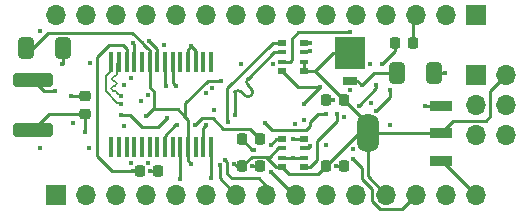
<source format=gbr>
%TF.GenerationSoftware,KiCad,Pcbnew,(6.0.11-0)*%
%TF.CreationDate,2023-05-04T16:40:56+03:00*%
%TF.ProjectId,Arduino Nano Differential impdance PCB,41726475-696e-46f2-904e-616e6f204469,rev?*%
%TF.SameCoordinates,Original*%
%TF.FileFunction,Copper,L4,Bot*%
%TF.FilePolarity,Positive*%
%FSLAX46Y46*%
G04 Gerber Fmt 4.6, Leading zero omitted, Abs format (unit mm)*
G04 Created by KiCad (PCBNEW (6.0.11-0)) date 2023-05-04 16:40:56*
%MOMM*%
%LPD*%
G01*
G04 APERTURE LIST*
G04 Aperture macros list*
%AMRoundRect*
0 Rectangle with rounded corners*
0 $1 Rounding radius*
0 $2 $3 $4 $5 $6 $7 $8 $9 X,Y pos of 4 corners*
0 Add a 4 corners polygon primitive as box body*
4,1,4,$2,$3,$4,$5,$6,$7,$8,$9,$2,$3,0*
0 Add four circle primitives for the rounded corners*
1,1,$1+$1,$2,$3*
1,1,$1+$1,$4,$5*
1,1,$1+$1,$6,$7*
1,1,$1+$1,$8,$9*
0 Add four rect primitives between the rounded corners*
20,1,$1+$1,$2,$3,$4,$5,0*
20,1,$1+$1,$4,$5,$6,$7,0*
20,1,$1+$1,$6,$7,$8,$9,0*
20,1,$1+$1,$8,$9,$2,$3,0*%
G04 Aperture macros list end*
%TA.AperFunction,ComponentPad*%
%ADD10R,1.700000X1.700000*%
%TD*%
%TA.AperFunction,ComponentPad*%
%ADD11O,1.700000X1.700000*%
%TD*%
%TA.AperFunction,SMDPad,CuDef*%
%ADD12RoundRect,0.225000X0.225000X0.250000X-0.225000X0.250000X-0.225000X-0.250000X0.225000X-0.250000X0*%
%TD*%
%TA.AperFunction,SMDPad,CuDef*%
%ADD13RoundRect,0.225000X-0.225000X-0.250000X0.225000X-0.250000X0.225000X0.250000X-0.225000X0.250000X0*%
%TD*%
%TA.AperFunction,SMDPad,CuDef*%
%ADD14RoundRect,0.225000X0.250000X-0.225000X0.250000X0.225000X-0.250000X0.225000X-0.250000X-0.225000X0*%
%TD*%
%TA.AperFunction,SMDPad,CuDef*%
%ADD15R,0.450000X1.750000*%
%TD*%
%TA.AperFunction,SMDPad,CuDef*%
%ADD16R,0.800000X0.500000*%
%TD*%
%TA.AperFunction,SMDPad,CuDef*%
%ADD17R,0.800000X0.400000*%
%TD*%
%TA.AperFunction,SMDPad,CuDef*%
%ADD18RoundRect,0.250000X-0.412500X-0.650000X0.412500X-0.650000X0.412500X0.650000X-0.412500X0.650000X0*%
%TD*%
%TA.AperFunction,SMDPad,CuDef*%
%ADD19R,2.540000X2.670000*%
%TD*%
%TA.AperFunction,SMDPad,CuDef*%
%ADD20R,1.270000X0.762000*%
%TD*%
%TA.AperFunction,SMDPad,CuDef*%
%ADD21RoundRect,0.111600X0.808400X0.353400X-0.808400X0.353400X-0.808400X-0.353400X0.808400X-0.353400X0*%
%TD*%
%TA.AperFunction,SMDPad,CuDef*%
%ADD22RoundRect,0.736000X0.184000X0.859000X-0.184000X0.859000X-0.184000X-0.859000X0.184000X-0.859000X0*%
%TD*%
%TA.AperFunction,SMDPad,CuDef*%
%ADD23RoundRect,0.250000X1.450000X-0.312500X1.450000X0.312500X-1.450000X0.312500X-1.450000X-0.312500X0*%
%TD*%
%TA.AperFunction,ViaPad*%
%ADD24C,0.450000*%
%TD*%
%TA.AperFunction,Conductor*%
%ADD25C,0.293370*%
%TD*%
%TA.AperFunction,Conductor*%
%ADD26C,0.200000*%
%TD*%
G04 APERTURE END LIST*
D10*
%TO.P,H3,1,1*%
%TO.N,D12{slash}MISO*%
X170683000Y-100091000D03*
D11*
%TO.P,H3,2,2*%
%TO.N,+5V*%
X173223000Y-100091000D03*
%TO.P,H3,3,3*%
%TO.N,D13{slash}SCK*%
X170683000Y-102631000D03*
%TO.P,H3,4,4*%
%TO.N,D11{slash}MOSI*%
X173223000Y-102631000D03*
%TO.P,H3,5,5*%
%TO.N,RST*%
X170683000Y-105171000D03*
%TO.P,H3,6,6*%
%TO.N,GND*%
X173223000Y-105171000D03*
%TD*%
D10*
%TO.P,H1,1,1*%
%TO.N,D1{slash}TX*%
X170683000Y-94996000D03*
D11*
%TO.P,H1,2,2*%
%TO.N,D0{slash}RX*%
X168143000Y-94996000D03*
%TO.P,H1,3,3*%
%TO.N,RST*%
X165603000Y-94996000D03*
%TO.P,H1,4,4*%
%TO.N,GND*%
X163063000Y-94996000D03*
%TO.P,H1,5,5*%
%TO.N,D2*%
X160523000Y-94996000D03*
%TO.P,H1,6,6*%
%TO.N,D3*%
X157983000Y-94996000D03*
%TO.P,H1,7,7*%
%TO.N,D4*%
X155443000Y-94996000D03*
%TO.P,H1,8,8*%
%TO.N,D5*%
X152903000Y-94996000D03*
%TO.P,H1,9,9*%
%TO.N,D6*%
X150363000Y-94996000D03*
%TO.P,H1,10,10*%
%TO.N,D7*%
X147823000Y-94996000D03*
%TO.P,H1,11,11*%
%TO.N,D8*%
X145283000Y-94996000D03*
%TO.P,H1,12,12*%
%TO.N,D9*%
X142743000Y-94996000D03*
%TO.P,H1,13,13*%
%TO.N,D10*%
X140203000Y-94996000D03*
%TO.P,H1,14,14*%
%TO.N,D11{slash}MOSI*%
X137663000Y-94996000D03*
%TO.P,H1,15,15*%
%TO.N,D12{slash}MISO*%
X135123000Y-94996000D03*
%TD*%
D10*
%TO.P,H2,1,1*%
%TO.N,D13{slash}SCK*%
X135133000Y-110236000D03*
D11*
%TO.P,H2,2,2*%
%TO.N,+3V3*%
X137673000Y-110236000D03*
%TO.P,H2,3,3*%
%TO.N,AREF*%
X140213000Y-110236000D03*
%TO.P,H2,4,4*%
%TO.N,A0*%
X142753000Y-110236000D03*
%TO.P,H2,5,5*%
%TO.N,A1*%
X145293000Y-110236000D03*
%TO.P,H2,6,6*%
%TO.N,A2*%
X147833000Y-110236000D03*
%TO.P,H2,7,7*%
%TO.N,A3*%
X150373000Y-110236000D03*
%TO.P,H2,8,8*%
%TO.N,A4*%
X152913000Y-110236000D03*
%TO.P,H2,9,9*%
%TO.N,A5*%
X155453000Y-110236000D03*
%TO.P,H2,10,10*%
%TO.N,A6*%
X157993000Y-110236000D03*
%TO.P,H2,11,11*%
%TO.N,A7*%
X160533000Y-110236000D03*
%TO.P,H2,12,12*%
%TO.N,+5V*%
X163073000Y-110236000D03*
%TO.P,H2,13,13*%
%TO.N,RST*%
X165613000Y-110236000D03*
%TO.P,H2,14,14*%
%TO.N,GND*%
X168153000Y-110236000D03*
%TO.P,H2,15,15*%
%TO.N,VCC*%
X170693000Y-110236000D03*
%TD*%
D12*
%TO.P,C13,1*%
%TO.N,AREF*%
X152413000Y-105537000D03*
%TO.P,C13,2*%
%TO.N,GND*%
X150863000Y-105537000D03*
%TD*%
D13*
%TO.P,C4,1*%
%TO.N,+5V*%
X150863000Y-107823000D03*
%TO.P,C4,2*%
%TO.N,GND*%
X152413000Y-107823000D03*
%TD*%
D14*
%TO.P,C3,1*%
%TO.N,VBUS*%
X137541000Y-103391000D03*
%TO.P,C3,2*%
%TO.N,GND*%
X137541000Y-101841000D03*
%TD*%
D15*
%TO.P,U5,1,TXD*%
%TO.N,D0{slash}RX*%
X148243000Y-106216000D03*
%TO.P,U5,2,DTR*%
%TO.N,Net-(C7-Pad1)*%
X147593000Y-106216000D03*
%TO.P,U5,3,RTS*%
%TO.N,unconnected-(U5-Pad3)*%
X146943000Y-106216000D03*
%TO.P,U5,4,VCCIO*%
%TO.N,+5V*%
X146293000Y-106216000D03*
%TO.P,U5,5,RXD*%
%TO.N,D1{slash}TX*%
X145643000Y-106216000D03*
%TO.P,U5,6,RI*%
%TO.N,unconnected-(U5-Pad6)*%
X144993000Y-106216000D03*
%TO.P,U5,7,GND*%
%TO.N,GND*%
X144343000Y-106216000D03*
%TO.P,U5,8*%
%TO.N,N/C*%
X143693000Y-106216000D03*
%TO.P,U5,9,DCR*%
%TO.N,unconnected-(U5-Pad9)*%
X143043000Y-106216000D03*
%TO.P,U5,10,DCD*%
%TO.N,unconnected-(U5-Pad10)*%
X142393000Y-106216000D03*
%TO.P,U5,11,CTS*%
%TO.N,unconnected-(U5-Pad11)*%
X141743000Y-106216000D03*
%TO.P,U5,12,CBUS4*%
%TO.N,unconnected-(U5-Pad12)*%
X141093000Y-106216000D03*
%TO.P,U5,13,CBUS2*%
%TO.N,unconnected-(U5-Pad13)*%
X140443000Y-106216000D03*
%TO.P,U5,14,CBUS3*%
%TO.N,unconnected-(U5-Pad14)*%
X139793000Y-106216000D03*
%TO.P,U5,15,USBD+*%
%TO.N,D+*%
X139793000Y-99016000D03*
%TO.P,U5,16,USBD-*%
%TO.N,D-*%
X140443000Y-99016000D03*
%TO.P,U5,17,3V3OUT*%
%TO.N,+3V3*%
X141093000Y-99016000D03*
%TO.P,U5,18,GND*%
%TO.N,GND*%
X141743000Y-99016000D03*
%TO.P,U5,19,~{RESET}*%
%TO.N,unconnected-(U5-Pad19)*%
X142393000Y-99016000D03*
%TO.P,U5,20,VCC*%
%TO.N,+5V*%
X143043000Y-99016000D03*
%TO.P,U5,21,GND*%
%TO.N,GND*%
X143693000Y-99016000D03*
%TO.P,U5,22,CBUS1*%
%TO.N,Net-(LEDTX1-Pad1)*%
X144343000Y-99016000D03*
%TO.P,U5,23,CBUS0*%
%TO.N,Net-(LEDRX1-Pad1)*%
X144993000Y-99016000D03*
%TO.P,U5,24*%
%TO.N,N/C*%
X145643000Y-99016000D03*
%TO.P,U5,25,AGND*%
%TO.N,GND*%
X146293000Y-99016000D03*
%TO.P,U5,26,TEST*%
X146943000Y-99016000D03*
%TO.P,U5,27,OSCI*%
%TO.N,unconnected-(U5-Pad27)*%
X147593000Y-99016000D03*
%TO.P,U5,28,OSCO*%
%TO.N,unconnected-(U5-Pad28)*%
X148243000Y-99016000D03*
%TD*%
D16*
%TO.P,RP2,1,R1.1*%
%TO.N,D13{slash}SCK*%
X156094000Y-105480000D03*
D17*
%TO.P,RP2,2,R2.1*%
%TO.N,Net-(LEDRX1-Pad2)*%
X156094000Y-106280000D03*
%TO.P,RP2,3,R3.1*%
%TO.N,GND*%
X156094000Y-107080000D03*
D16*
%TO.P,RP2,4,R4.1*%
%TO.N,Net-(LEDTX1-Pad2)*%
X156094000Y-107880000D03*
%TO.P,RP2,5,R4.2*%
%TO.N,+5V*%
X154294000Y-107880000D03*
D17*
%TO.P,RP2,6,R3.2*%
%TO.N,GND*%
X154294000Y-107080000D03*
%TO.P,RP2,7,R2.2*%
%TO.N,+5V*%
X154294000Y-106280000D03*
D16*
%TO.P,RP2,8,R1.2*%
%TO.N,RP2A2*%
X154294000Y-105480000D03*
%TD*%
D18*
%TO.P,C11,1*%
%TO.N,+5V*%
X132549500Y-97790000D03*
%TO.P,C11,2*%
%TO.N,GND*%
X135674500Y-97790000D03*
%TD*%
D19*
%TO.P,D1,1,A*%
%TO.N,+5V*%
X160020000Y-98226200D03*
D20*
%TO.P,D1,2,K*%
%TO.N,VBUS*%
X160020000Y-100577200D03*
%TD*%
D21*
%TO.P,VRU1,1,ADJ/GND*%
%TO.N,GND*%
X167677000Y-102729000D03*
%TO.P,VRU1,2,VOUT*%
%TO.N,+5V*%
X167677000Y-105029000D03*
%TO.P,VRU1,3,VIN*%
%TO.N,VCC*%
X167677000Y-107329000D03*
D22*
%TO.P,VRU1,4,VOUT*%
%TO.N,+5V*%
X161507000Y-105029000D03*
%TD*%
D13*
%TO.P,C2,1*%
%TO.N,+5V*%
X157975000Y-107823000D03*
%TO.P,C2,2*%
%TO.N,GND*%
X159525000Y-107823000D03*
%TD*%
%TO.P,C14,1*%
%TO.N,+3V3*%
X142227000Y-108204000D03*
%TO.P,C14,2*%
%TO.N,GND*%
X143777000Y-108204000D03*
%TD*%
D16*
%TO.P,RP1,1,R1.1*%
%TO.N,RST*%
X154294000Y-99752000D03*
D17*
%TO.P,RP1,2,R2.1*%
%TO.N,RP1C2*%
X154294000Y-98952000D03*
%TO.P,RP1,3,R3.1*%
%TO.N,RP1B1*%
X154294000Y-98152000D03*
D16*
%TO.P,RP1,4,R4.1*%
%TO.N,RP1A1*%
X154294000Y-97352000D03*
%TO.P,RP1,5,R4.2*%
%TO.N,D0{slash}RX*%
X156094000Y-97352000D03*
D17*
%TO.P,RP1,6,R3.2*%
%TO.N,D1{slash}TX*%
X156094000Y-98152000D03*
%TO.P,RP1,7,R2.2*%
%TO.N,+5V*%
X156094000Y-98952000D03*
D16*
%TO.P,RP1,8,R1.2*%
X156094000Y-99752000D03*
%TD*%
D23*
%TO.P,F1,1*%
%TO.N,VBUS*%
X133146800Y-104753500D03*
%TO.P,F1,2*%
%TO.N,Net-(F1-Pad2)*%
X133146800Y-100478500D03*
%TD*%
D12*
%TO.P,C1,1*%
%TO.N,+5V*%
X159525000Y-102235000D03*
%TO.P,C1,2*%
%TO.N,GND*%
X157975000Y-102235000D03*
%TD*%
D13*
%TO.P,C7,1*%
%TO.N,Net-(C7-Pad1)*%
X163817000Y-97409000D03*
%TO.P,C7,2*%
%TO.N,RST*%
X165367000Y-97409000D03*
%TD*%
D18*
%TO.P,C12,1*%
%TO.N,VBUS*%
X164007000Y-99949000D03*
%TO.P,C12,2*%
%TO.N,GND*%
X167132000Y-99949000D03*
%TD*%
D24*
%TO.N,VBUS*%
X137541000Y-104902000D03*
X161036000Y-100965000D03*
X140589000Y-103505000D03*
X144548889Y-103736111D03*
%TO.N,+5V*%
X150231422Y-107593786D03*
X146573688Y-107580730D03*
X149098000Y-100584000D03*
X142774618Y-103577396D03*
%TO.N,Net-(F1-Pad2)*%
X135041430Y-101416800D03*
%TO.N,D1{slash}TX*%
X145643000Y-108855005D03*
X156591000Y-98058503D03*
%TO.N,D0{slash}RX*%
X156591000Y-97409000D03*
X148243000Y-108836024D03*
%TO.N,GND*%
X168021000Y-99949000D03*
X136525000Y-104140000D03*
X133731000Y-106299000D03*
X137922000Y-106299000D03*
X136393198Y-101854000D03*
X146558000Y-97663000D03*
X151737500Y-107823000D03*
X160263043Y-106360497D03*
X135636000Y-99187000D03*
X141668185Y-97409000D03*
X150749000Y-99123185D03*
X157958978Y-105981185D03*
X166370000Y-102743000D03*
X143101500Y-108204000D03*
X159512000Y-103632000D03*
X148334558Y-101155185D03*
X137985815Y-99060000D03*
X145382262Y-104345445D03*
X151892000Y-106426000D03*
X158565000Y-102229152D03*
X143037819Y-97208904D03*
X153469556Y-99158988D03*
X158849500Y-107823000D03*
X133731000Y-96393000D03*
X155175000Y-107080000D03*
%TO.N,RST*%
X157480000Y-101092000D03*
X156136299Y-102544098D03*
X160274000Y-107188000D03*
%TO.N,D6*%
X144272000Y-97536000D03*
%TO.N,D11{slash}MOSI*%
X141478000Y-100330000D03*
X142881917Y-101768344D03*
%TO.N,D12{slash}MISO*%
X140843000Y-100965000D03*
X142303500Y-102298500D03*
%TO.N,D13{slash}SCK*%
X140843000Y-104394000D03*
X155194000Y-105487815D03*
%TO.N,+3V3*%
X141605000Y-108204000D03*
%TO.N,AREF*%
X146864185Y-104345445D03*
%TO.N,A3*%
X148971000Y-107693154D03*
%TO.N,A4*%
X149431882Y-107235506D03*
%TO.N,A5*%
X153289000Y-108264839D03*
%TO.N,A6*%
X141469935Y-107512772D03*
%TO.N,A7*%
X142952550Y-107540114D03*
%TO.N,RP2A2*%
X156111219Y-103854050D03*
X153289000Y-105981185D03*
X163377684Y-104322684D03*
%TO.N,RP1C2*%
X163385185Y-101346000D03*
X160035500Y-96466698D03*
X162204555Y-103129316D03*
%TO.N,Net-(LEDRX1-Pad1)*%
X145255155Y-101010663D03*
X147828000Y-101600000D03*
X148483190Y-103022588D03*
X160020000Y-101382702D03*
%TO.N,Net-(LEDRX1-Pad2)*%
X161783128Y-102474128D03*
X155321000Y-104203815D03*
X156654815Y-106122861D03*
%TO.N,Net-(LEDTX1-Pad1)*%
X144446020Y-101012020D03*
X161714502Y-99123185D03*
%TO.N,Net-(LEDTX1-Pad2)*%
X160773628Y-102675850D03*
X158916800Y-103372022D03*
X162242815Y-100965000D03*
%TO.N,RP1A1*%
X149690257Y-104066459D03*
%TO.N,RP1B1*%
X150241000Y-103505000D03*
%TO.N,Net-(C7-Pad1)*%
X157988000Y-103378000D03*
X147828000Y-104345445D03*
X162715568Y-99123185D03*
X152781000Y-104162992D03*
%TO.N,D+*%
X140589000Y-102566000D03*
%TO.N,D-*%
X140589000Y-101866000D03*
%TD*%
D25*
%TO.N,VBUS*%
X142367000Y-104521000D02*
X143764000Y-104521000D01*
X161036000Y-100965000D02*
X162052000Y-99949000D01*
X134509300Y-103391000D02*
X133146800Y-104753500D01*
X140589000Y-103505000D02*
X141351000Y-103505000D01*
X143764000Y-104521000D02*
X144548889Y-103736111D01*
X162052000Y-99949000D02*
X164007000Y-99949000D01*
X137541000Y-103391000D02*
X134509300Y-103391000D01*
X137541000Y-103391000D02*
X137541000Y-104902000D01*
X160648200Y-100577200D02*
X161036000Y-100965000D01*
X160020000Y-100577200D02*
X160648200Y-100577200D01*
X141351000Y-103505000D02*
X142367000Y-104521000D01*
%TO.N,+5V*%
X143355014Y-102997000D02*
X145415000Y-102997000D01*
X143043000Y-101120942D02*
X143453602Y-101531544D01*
X167677000Y-105029000D02*
X168731685Y-103974315D01*
X134412485Y-96520000D02*
X133142485Y-97790000D01*
X154294000Y-107880000D02*
X153758000Y-107880000D01*
X142774618Y-103577396D02*
X143355014Y-102997000D01*
X168731685Y-103974315D02*
X171488685Y-103974315D01*
X151684685Y-107001315D02*
X150863000Y-107823000D01*
X143043000Y-99016000D02*
X143043000Y-97975330D01*
X171879685Y-103583315D02*
X171879685Y-101434315D01*
X145415000Y-102997000D02*
X146050000Y-103632000D01*
X142466134Y-97445704D02*
X142466134Y-97398464D01*
X146293000Y-106216000D02*
X146293000Y-103875000D01*
X158567800Y-98226200D02*
X157042000Y-99752000D01*
X161507000Y-105029000D02*
X161507000Y-108670000D01*
X157321315Y-108476685D02*
X154890685Y-108476685D01*
X160769000Y-105029000D02*
X161507000Y-105029000D01*
X160020000Y-98226200D02*
X158567800Y-98226200D01*
X143043000Y-97975330D02*
X142848259Y-97780589D01*
X146050000Y-102489000D02*
X147955000Y-100584000D01*
X152879315Y-107001315D02*
X151684685Y-107001315D01*
X153943000Y-106280000D02*
X153221685Y-107001315D01*
X146293000Y-107300042D02*
X146573688Y-107580730D01*
X150460636Y-107823000D02*
X150231422Y-107593786D01*
X161507000Y-105029000D02*
X167677000Y-105029000D01*
X171488685Y-103974315D02*
X171879685Y-103583315D01*
X143043000Y-99016000D02*
X143043000Y-101120942D01*
X161507000Y-104217000D02*
X161507000Y-105029000D01*
X146050000Y-103632000D02*
X146050000Y-102489000D01*
X147955000Y-100584000D02*
X149098000Y-100584000D01*
X153758000Y-107880000D02*
X152879315Y-107001315D01*
X157975000Y-107823000D02*
X157321315Y-108476685D01*
X150863000Y-107823000D02*
X150460636Y-107823000D01*
X154294000Y-106280000D02*
X153943000Y-106280000D01*
X161507000Y-108670000D02*
X163073000Y-110236000D01*
X146293000Y-103875000D02*
X146050000Y-103632000D01*
X143453602Y-101531544D02*
X143453602Y-102898412D01*
X142848259Y-97780589D02*
X142801019Y-97780589D01*
X146293000Y-106216000D02*
X146293000Y-107300042D01*
X143453602Y-102898412D02*
X142774618Y-103577396D01*
X159525000Y-102235000D02*
X161507000Y-104217000D01*
X159525000Y-102235000D02*
X157042000Y-99752000D01*
X142466134Y-97398464D02*
X141587670Y-96520000D01*
X141587670Y-96520000D02*
X134412485Y-96520000D01*
X154890685Y-108476685D02*
X154294000Y-107880000D01*
X142801019Y-97780589D02*
X142466134Y-97445704D01*
X153221685Y-107001315D02*
X152879315Y-107001315D01*
X171879685Y-101434315D02*
X173223000Y-100091000D01*
X157042000Y-99752000D02*
X156094000Y-99752000D01*
X133142485Y-97790000D02*
X132549500Y-97790000D01*
X156094000Y-99752000D02*
X156094000Y-98952000D01*
X157975000Y-107823000D02*
X160769000Y-105029000D01*
%TO.N,Net-(F1-Pad2)*%
X134085100Y-101416800D02*
X133146800Y-100478500D01*
X135041430Y-101416800D02*
X134085100Y-101416800D01*
%TO.N,D1{slash}TX*%
X145643000Y-108855005D02*
X145643000Y-106216000D01*
%TO.N,D0{slash}RX*%
X148243000Y-108836024D02*
X148243000Y-106216000D01*
%TO.N,GND*%
X141743000Y-99016000D02*
X141743000Y-97483815D01*
X143777000Y-108204000D02*
X143101500Y-108204000D01*
X146293000Y-97928000D02*
X146293000Y-99016000D01*
X146558000Y-97663000D02*
X146293000Y-97928000D01*
X146558000Y-97663000D02*
X146943000Y-98048000D01*
X159525000Y-107823000D02*
X158849500Y-107823000D01*
X144343000Y-106216000D02*
X144343000Y-105212000D01*
X167132000Y-99949000D02*
X168021000Y-99949000D01*
X141743000Y-97483815D02*
X141668185Y-97409000D01*
X143693000Y-97864085D02*
X143693000Y-99016000D01*
X166384000Y-102729000D02*
X166370000Y-102743000D01*
X151752000Y-106426000D02*
X150863000Y-105537000D01*
X151892000Y-106426000D02*
X151752000Y-106426000D01*
X136406198Y-101841000D02*
X136393198Y-101854000D01*
X158559152Y-102235000D02*
X158565000Y-102229152D01*
X143037819Y-97208904D02*
X143693000Y-97864085D01*
X144343000Y-105212000D02*
X145209555Y-104345445D01*
X167677000Y-102729000D02*
X166384000Y-102729000D01*
X157975000Y-102235000D02*
X158559152Y-102235000D01*
X146943000Y-98048000D02*
X146943000Y-99016000D01*
X135674500Y-97790000D02*
X135674500Y-99148500D01*
X137541000Y-101841000D02*
X136406198Y-101841000D01*
X156094000Y-107080000D02*
X155175000Y-107080000D01*
X145209555Y-104345445D02*
X145382262Y-104345445D01*
X135674500Y-99148500D02*
X135636000Y-99187000D01*
X155175000Y-107080000D02*
X154294000Y-107080000D01*
X152413000Y-107823000D02*
X151737500Y-107823000D01*
%TO.N,RST*%
X162577316Y-111432685D02*
X164416315Y-111432685D01*
X161876315Y-110731684D02*
X162577316Y-111432685D01*
X161013630Y-107927630D02*
X161013630Y-108874361D01*
X164416315Y-111432685D02*
X165613000Y-110236000D01*
X157480000Y-101092000D02*
X155634000Y-101092000D01*
X156136299Y-102435701D02*
X157480000Y-101092000D01*
X161013630Y-108874361D02*
X161876315Y-109737046D01*
X165367000Y-95232000D02*
X165603000Y-94996000D01*
X160274000Y-107188000D02*
X161013630Y-107927630D01*
X156136299Y-102544098D02*
X156136299Y-102435701D01*
X155634000Y-101092000D02*
X154294000Y-99752000D01*
X165367000Y-97409000D02*
X165367000Y-95232000D01*
X161876315Y-109737046D02*
X161876315Y-110731684D01*
%TO.N,D13{slash}SCK*%
X156094000Y-105480000D02*
X155201815Y-105480000D01*
X155201815Y-105480000D02*
X155194000Y-105487815D01*
%TO.N,+3V3*%
X142227000Y-108204000D02*
X141605000Y-108204000D01*
X139827000Y-108204000D02*
X141605000Y-108204000D01*
X139573000Y-97536000D02*
X138557000Y-98552000D01*
X138557000Y-98552000D02*
X138557000Y-106934000D01*
X140781370Y-97536000D02*
X139573000Y-97536000D01*
X141093000Y-97847630D02*
X140781370Y-97536000D01*
X141093000Y-99016000D02*
X141093000Y-97847630D01*
X138557000Y-106934000D02*
X139827000Y-108204000D01*
%TO.N,AREF*%
X148411117Y-103759000D02*
X149290261Y-104638144D01*
X147450630Y-103759000D02*
X148411117Y-103759000D01*
X149290261Y-104638144D02*
X151514144Y-104638144D01*
X146864185Y-104345445D02*
X147450630Y-103759000D01*
X151514144Y-104638144D02*
X152413000Y-105537000D01*
%TO.N,A3*%
X148971000Y-107693154D02*
X148971000Y-108834000D01*
X148971000Y-108834000D02*
X150373000Y-110236000D01*
%TO.N,A4*%
X149606000Y-107409624D02*
X149606000Y-108458000D01*
X149606000Y-108458000D02*
X149987000Y-108839000D01*
X152273000Y-108839000D02*
X152913000Y-109479000D01*
X149431882Y-107235506D02*
X149606000Y-107409624D01*
X152913000Y-109479000D02*
X152913000Y-110236000D01*
X149987000Y-108839000D02*
X152273000Y-108839000D01*
%TO.N,A5*%
X155232741Y-110236000D02*
X155453000Y-110236000D01*
X153289000Y-108264839D02*
X153289000Y-108292259D01*
X153289000Y-108292259D02*
X155232741Y-110236000D01*
%TO.N,VCC*%
X167786000Y-107329000D02*
X170693000Y-110236000D01*
X167677000Y-107329000D02*
X167786000Y-107329000D01*
%TO.N,RP2A2*%
X153289000Y-105981185D02*
X153790185Y-105480000D01*
X153790185Y-105480000D02*
X154294000Y-105480000D01*
%TO.N,RP1C2*%
X162204555Y-103129316D02*
X163385185Y-101948686D01*
X163385185Y-101948686D02*
X163385185Y-101346000D01*
X155635932Y-96466698D02*
X155067000Y-97035630D01*
X155067000Y-98806000D02*
X154921000Y-98952000D01*
X160035500Y-96466698D02*
X155635932Y-96466698D01*
X155067000Y-97035630D02*
X155067000Y-98806000D01*
X154921000Y-98952000D02*
X154294000Y-98952000D01*
%TO.N,Net-(LEDRX1-Pad1)*%
X144993000Y-100748508D02*
X145255155Y-101010663D01*
X144993000Y-99016000D02*
X144993000Y-100748508D01*
%TO.N,Net-(LEDRX1-Pad2)*%
X156497676Y-106280000D02*
X156094000Y-106280000D01*
X156654815Y-106122861D02*
X156497676Y-106280000D01*
%TO.N,Net-(LEDTX1-Pad1)*%
X144343000Y-100909000D02*
X144446020Y-101012020D01*
X144343000Y-99016000D02*
X144343000Y-100909000D01*
%TO.N,Net-(LEDTX1-Pad2)*%
X162242815Y-100965000D02*
X162242815Y-101206663D01*
X157226000Y-107315000D02*
X157226000Y-105664000D01*
X162242815Y-101206663D02*
X160773628Y-102675850D01*
X156094000Y-107880000D02*
X156661000Y-107880000D01*
X157226000Y-105664000D02*
X158916800Y-103973200D01*
X158916800Y-103973200D02*
X158916800Y-103372022D01*
X156661000Y-107880000D02*
X157226000Y-107315000D01*
%TO.N,RP1A1*%
X149606000Y-101219000D02*
X153473000Y-97352000D01*
X149606000Y-103982202D02*
X149606000Y-101219000D01*
X149690257Y-104066459D02*
X149606000Y-103982202D01*
X153473000Y-97352000D02*
X154294000Y-97352000D01*
%TO.N,RP1B1*%
X151372369Y-100380258D02*
X153600630Y-98152000D01*
X151657894Y-101797153D02*
X151657894Y-101797154D01*
X151657894Y-101231468D02*
X151372369Y-100945943D01*
X150806684Y-101511630D02*
X150806685Y-101511630D01*
X153600630Y-98152000D02*
X154294000Y-98152000D01*
X151372370Y-100380258D02*
X151372369Y-100380258D01*
X150241000Y-103505000D02*
X150241000Y-101511630D01*
X150806685Y-101511630D02*
X151092209Y-101797154D01*
X151657905Y-101231457D02*
G75*
G02*
X151657894Y-101797154I-282905J-282843D01*
G01*
X151657943Y-101797202D02*
G75*
G02*
X151092209Y-101797154I-282843J282902D01*
G01*
X151372370Y-100380258D02*
G75*
G03*
X151372370Y-100945942I282830J-282842D01*
G01*
X150806683Y-101511631D02*
G75*
G03*
X150241001Y-101511631I-282841J-282841D01*
G01*
%TO.N,Net-(C7-Pad1)*%
X152781000Y-104140000D02*
X152781000Y-104162992D01*
X153416000Y-104775000D02*
X152781000Y-104140000D01*
X147593000Y-106216000D02*
X147593000Y-104580445D01*
X157306515Y-103378000D02*
X156654685Y-104029830D01*
X156654685Y-104399792D02*
X156279477Y-104775000D01*
X163817000Y-98021753D02*
X162715568Y-99123185D01*
X163817000Y-97409000D02*
X163817000Y-98021753D01*
X157988000Y-103378000D02*
X157306515Y-103378000D01*
X156654685Y-104029830D02*
X156654685Y-104399792D01*
X147593000Y-104580445D02*
X147828000Y-104345445D01*
X156279477Y-104775000D02*
X153416000Y-104775000D01*
D26*
%TO.N,D+*%
X140286980Y-102440980D02*
X139319000Y-101473000D01*
X140463980Y-102440980D02*
X140286980Y-102440980D01*
X140589000Y-102566000D02*
X140463980Y-102440980D01*
X139319000Y-100203000D02*
X139793000Y-99729000D01*
X139319000Y-101473000D02*
X139319000Y-100203000D01*
X139793000Y-99729000D02*
X139793000Y-99016000D01*
%TO.N,D-*%
X140118000Y-101395000D02*
X139983142Y-101395000D01*
X140318000Y-99995000D02*
X140318000Y-99945000D01*
X140589000Y-101866000D02*
X140318000Y-101595000D01*
X139983142Y-100995000D02*
X140118000Y-100995000D01*
X140318000Y-99945000D02*
X140318000Y-99141000D01*
X140318000Y-99141000D02*
X140443000Y-99016000D01*
X140018000Y-100195000D02*
X140118000Y-100195000D01*
X140118000Y-100595000D02*
X140018000Y-100595000D01*
X140318000Y-100795000D02*
G75*
G02*
X140118000Y-100995000I-200000J0D01*
G01*
X139818000Y-100395000D02*
G75*
G03*
X140018000Y-100595000I200000J0D01*
G01*
X139983142Y-100995042D02*
G75*
G03*
X139783142Y-101195000I-42J-199958D01*
G01*
X140018000Y-100195000D02*
G75*
G03*
X139818000Y-100395000I0J-200000D01*
G01*
X140318000Y-99995000D02*
G75*
G02*
X140118000Y-100195000I-200000J0D01*
G01*
X139783100Y-101195000D02*
G75*
G03*
X139983142Y-101395000I200000J0D01*
G01*
X140118000Y-101395000D02*
G75*
G02*
X140318000Y-101595000I0J-200000D01*
G01*
X140118000Y-100595000D02*
G75*
G02*
X140318000Y-100795000I0J-200000D01*
G01*
%TD*%
M02*

</source>
